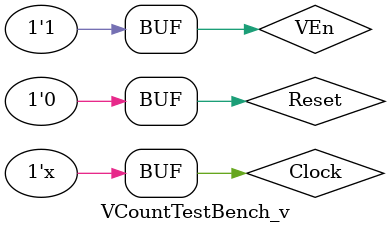
<source format=v>
`timescale		1 ns/1 ps		// Display things in ns, compute them in ps
`define HalfCycle	18.518			// Half of the clock cycle time in nanoseconds
`define Cycle		(`HalfCycle * 2)	// Didn't you learn to multiply?
`define ActiveCycles	65536			// Change this to hold the buttons down for longer!

////////////////////////////////////////////////////////////////////////////////
// Company: 
// Engineer:
//
// Create Date:   18:12:14 10/19/2006
// Design Name:   VCount
// Module Name:   U:/Checkpoint2/Checkpoint2/VCountTestBench.v
// Project Name:  Checkpoint2
// Target Device:  
// Tool versions:  
// Description: 
//
// Verilog Test Fixture created by ISE for module: VCount
//
// Dependencies:
// 
// Revision:
// Revision 0.01 - File Created
// Additional Comments:
// 
////////////////////////////////////////////////////////////////////////////////

module VCountTestBench_v;

	// Inputs
	reg Clock;
	reg Reset;
	reg VEn;

	// Outputs
	wire [9:0] VCount;

	//---------------------------------------------------------------
	//	Clock Source
	//		This section will generate a clock signal,
	//		turning it on and off according the HalfCycle
	//		time, in this case it will generate a 27MHz clock
	//		THIS COULD NEVER BE SYNTHESIZED
	//---------------------------------------------------------------
	initial Clock =		1'b0;		// We need to start at 1'b0, otherwise clock will always be 1'bx
	always #(`HalfCycle) Clock =	~Clock;	// Every half clock cycle, invert the clock
	//---------------------------------------------------------------
	
	// Instantiate the Unit Under Test (UUT)
	VCount uut (
		.Clock(Clock), 
		.Reset(Reset), 
		.VEn(VEn), 
		.VCount(VCount)
	);

	initial begin
		Reset = 1'b1;
		VEn = 1'b0;

		#(`Cycle * 3);
		Reset = 1'b0;
      VEn = 1'b1;

		#(`Cycle * 526);
		// Add stimulus here

	end
      
endmodule


</source>
